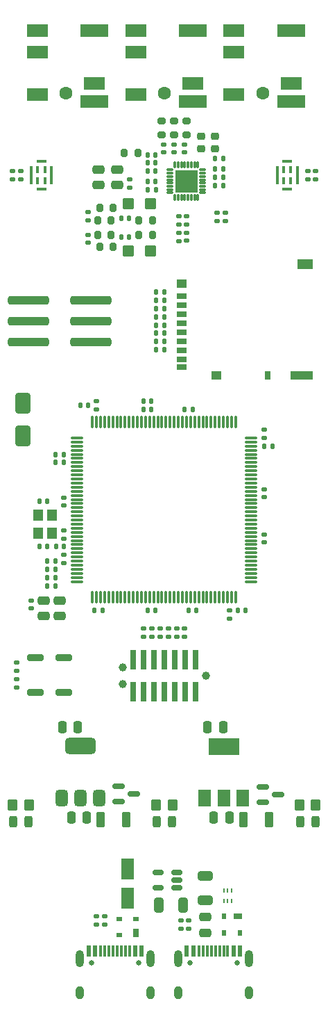
<source format=gbr>
%TF.GenerationSoftware,KiCad,Pcbnew,8.0.1*%
%TF.CreationDate,2024-03-28T17:00:14+01:00*%
%TF.ProjectId,KLST_CATERPILLAR,4b4c5354-5f43-4415-9445-5250494c4c41,rev?*%
%TF.SameCoordinates,Original*%
%TF.FileFunction,Soldermask,Top*%
%TF.FilePolarity,Negative*%
%FSLAX46Y46*%
G04 Gerber Fmt 4.6, Leading zero omitted, Abs format (unit mm)*
G04 Created by KiCad (PCBNEW 8.0.1) date 2024-03-28 17:00:14*
%MOMM*%
%LPD*%
G01*
G04 APERTURE LIST*
G04 Aperture macros list*
%AMRoundRect*
0 Rectangle with rounded corners*
0 $1 Rounding radius*
0 $2 $3 $4 $5 $6 $7 $8 $9 X,Y pos of 4 corners*
0 Add a 4 corners polygon primitive as box body*
4,1,4,$2,$3,$4,$5,$6,$7,$8,$9,$2,$3,0*
0 Add four circle primitives for the rounded corners*
1,1,$1+$1,$2,$3*
1,1,$1+$1,$4,$5*
1,1,$1+$1,$6,$7*
1,1,$1+$1,$8,$9*
0 Add four rect primitives between the rounded corners*
20,1,$1+$1,$2,$3,$4,$5,0*
20,1,$1+$1,$4,$5,$6,$7,0*
20,1,$1+$1,$6,$7,$8,$9,0*
20,1,$1+$1,$8,$9,$2,$3,0*%
G04 Aperture macros list end*
%ADD10RoundRect,0.140000X0.170000X-0.140000X0.170000X0.140000X-0.170000X0.140000X-0.170000X-0.140000X0*%
%ADD11RoundRect,0.140000X-0.140000X-0.170000X0.140000X-0.170000X0.140000X0.170000X-0.140000X0.170000X0*%
%ADD12RoundRect,0.250000X0.475000X-0.250000X0.475000X0.250000X-0.475000X0.250000X-0.475000X-0.250000X0*%
%ADD13RoundRect,0.140000X-0.170000X0.140000X-0.170000X-0.140000X0.170000X-0.140000X0.170000X0.140000X0*%
%ADD14RoundRect,0.140000X0.140000X0.170000X-0.140000X0.170000X-0.140000X-0.170000X0.140000X-0.170000X0*%
%ADD15RoundRect,0.250000X0.250000X0.475000X-0.250000X0.475000X-0.250000X-0.475000X0.250000X-0.475000X0*%
%ADD16RoundRect,0.250000X-0.450000X-0.425000X0.450000X-0.425000X0.450000X0.425000X-0.450000X0.425000X0*%
%ADD17RoundRect,0.135000X0.185000X-0.135000X0.185000X0.135000X-0.185000X0.135000X-0.185000X-0.135000X0*%
%ADD18RoundRect,0.250000X-0.275000X-0.700000X0.275000X-0.700000X0.275000X0.700000X-0.275000X0.700000X0*%
%ADD19RoundRect,0.200000X0.275000X-0.200000X0.275000X0.200000X-0.275000X0.200000X-0.275000X-0.200000X0*%
%ADD20R,0.250000X0.600000*%
%ADD21RoundRect,0.225000X0.250000X-0.225000X0.250000X0.225000X-0.250000X0.225000X-0.250000X-0.225000X0*%
%ADD22RoundRect,0.150000X-0.587500X-0.150000X0.587500X-0.150000X0.587500X0.150000X-0.587500X0.150000X0*%
%ADD23RoundRect,0.250000X0.350000X0.450000X-0.350000X0.450000X-0.350000X-0.450000X0.350000X-0.450000X0*%
%ADD24RoundRect,0.200000X0.800000X-0.200000X0.800000X0.200000X-0.800000X0.200000X-0.800000X-0.200000X0*%
%ADD25RoundRect,0.243750X-0.243750X-0.456250X0.243750X-0.456250X0.243750X0.456250X-0.243750X0.456250X0*%
%ADD26RoundRect,0.135000X-0.185000X0.135000X-0.185000X-0.135000X0.185000X-0.135000X0.185000X0.135000X0*%
%ADD27RoundRect,0.255000X2.245000X0.255000X-2.245000X0.255000X-2.245000X-0.255000X2.245000X-0.255000X0*%
%ADD28RoundRect,0.250000X-0.325000X-0.650000X0.325000X-0.650000X0.325000X0.650000X-0.325000X0.650000X0*%
%ADD29RoundRect,0.006600X0.358400X0.103400X-0.358400X0.103400X-0.358400X-0.103400X0.358400X-0.103400X0*%
%ADD30RoundRect,0.006600X-0.103400X0.358400X-0.103400X-0.358400X0.103400X-0.358400X0.103400X0.358400X0*%
%ADD31R,2.700000X2.700000*%
%ADD32R,0.406400X0.939800*%
%ADD33R,0.355600X2.311400*%
%ADD34R,1.295400X0.355600*%
%ADD35RoundRect,0.200000X0.200000X0.275000X-0.200000X0.275000X-0.200000X-0.275000X0.200000X-0.275000X0*%
%ADD36C,1.600000*%
%ADD37R,2.500000X1.500000*%
%ADD38R,3.400000X1.500000*%
%ADD39RoundRect,0.135000X-0.135000X-0.185000X0.135000X-0.185000X0.135000X0.185000X-0.135000X0.185000X0*%
%ADD40RoundRect,0.075000X-0.662500X-0.075000X0.662500X-0.075000X0.662500X0.075000X-0.662500X0.075000X0*%
%ADD41RoundRect,0.075000X-0.075000X-0.662500X0.075000X-0.662500X0.075000X0.662500X-0.075000X0.662500X0*%
%ADD42RoundRect,0.200000X-0.200000X-0.275000X0.200000X-0.275000X0.200000X0.275000X-0.200000X0.275000X0*%
%ADD43R,1.200000X0.700000*%
%ADD44R,0.800000X1.000000*%
%ADD45R,1.200000X1.000000*%
%ADD46R,2.800000X1.000000*%
%ADD47R,1.900000X1.300000*%
%ADD48C,0.650000*%
%ADD49R,0.600000X1.450000*%
%ADD50R,0.300000X1.450000*%
%ADD51O,1.000000X2.100000*%
%ADD52O,1.000000X1.600000*%
%ADD53RoundRect,0.250000X-0.475000X0.250000X-0.475000X-0.250000X0.475000X-0.250000X0.475000X0.250000X0*%
%ADD54RoundRect,0.147500X0.172500X-0.147500X0.172500X0.147500X-0.172500X0.147500X-0.172500X-0.147500X0*%
%ADD55RoundRect,0.135000X0.135000X0.185000X-0.135000X0.185000X-0.135000X-0.185000X0.135000X-0.185000X0*%
%ADD56RoundRect,0.147500X-0.172500X0.147500X-0.172500X-0.147500X0.172500X-0.147500X0.172500X0.147500X0*%
%ADD57RoundRect,0.250000X-0.650000X1.000000X-0.650000X-1.000000X0.650000X-1.000000X0.650000X1.000000X0*%
%ADD58RoundRect,0.250000X-0.550000X1.050000X-0.550000X-1.050000X0.550000X-1.050000X0.550000X1.050000X0*%
%ADD59R,0.700000X1.000000*%
%ADD60R,0.700000X0.600000*%
%ADD61R,1.000000X0.700000*%
%ADD62R,0.600000X0.700000*%
%ADD63R,0.740000X2.400000*%
%ADD64R,1.500000X2.000000*%
%ADD65R,3.800000X2.000000*%
%ADD66R,1.200000X1.400000*%
%ADD67RoundRect,0.150000X0.512500X0.150000X-0.512500X0.150000X-0.512500X-0.150000X0.512500X-0.150000X0*%
%ADD68RoundRect,0.375000X0.375000X-0.625000X0.375000X0.625000X-0.375000X0.625000X-0.375000X-0.625000X0*%
%ADD69RoundRect,0.500000X1.400000X-0.500000X1.400000X0.500000X-1.400000X0.500000X-1.400000X-0.500000X0*%
%ADD70RoundRect,0.250000X0.650000X-0.325000X0.650000X0.325000X-0.650000X0.325000X-0.650000X-0.325000X0*%
%ADD71C,0.990000*%
G04 APERTURE END LIST*
D10*
%TO.C,C80*%
X72457345Y-69740000D03*
X72457345Y-68780000D03*
%TD*%
D11*
%TO.C,C86*%
X76227345Y-71760000D03*
X77187345Y-71760000D03*
%TD*%
D12*
%TO.C,C71*%
X62000000Y-73700000D03*
X62000000Y-71800000D03*
%TD*%
D13*
%TO.C,C28*%
X82212587Y-110750000D03*
X82212587Y-111710000D03*
%TD*%
D14*
%TO.C,C13*%
X55692587Y-117750000D03*
X54732587Y-117750000D03*
%TD*%
D15*
%TO.C,C1*%
X77950000Y-150750000D03*
X76050000Y-150750000D03*
%TD*%
D16*
%TO.C,C66*%
X65607345Y-76010000D03*
X68307345Y-76010000D03*
%TD*%
D17*
%TO.C,R4*%
X77464690Y-78070000D03*
X77464690Y-77050000D03*
%TD*%
D14*
%TO.C,C17*%
X57712587Y-106500000D03*
X56752587Y-106500000D03*
%TD*%
D11*
%TO.C,C26*%
X67482587Y-100000000D03*
X68442587Y-100000000D03*
%TD*%
D18*
%TO.C,FB4*%
X62225000Y-150955551D03*
X65375000Y-150955551D03*
%TD*%
D19*
%TO.C,R83*%
X72707345Y-67585000D03*
X72707345Y-65935000D03*
%TD*%
D11*
%TO.C,C18*%
X78982587Y-125500000D03*
X79942587Y-125500000D03*
%TD*%
D14*
%TO.C,C12*%
X56692587Y-120500000D03*
X55732587Y-120500000D03*
%TD*%
%TO.C,C25*%
X57729999Y-117750000D03*
X56769999Y-117750000D03*
%TD*%
D13*
%TO.C,C81*%
X52500000Y-72020001D03*
X52500000Y-72980001D03*
%TD*%
D20*
%TO.C,U7*%
X77250000Y-160900000D03*
X77750000Y-160900000D03*
X78250000Y-160900000D03*
X78250000Y-159600000D03*
X77750000Y-159600000D03*
X77250000Y-159600000D03*
%TD*%
D21*
%TO.C,C67*%
X74457345Y-69285000D03*
X74457345Y-67735000D03*
%TD*%
D14*
%TO.C,C70*%
X77187345Y-70510000D03*
X76227345Y-70510000D03*
%TD*%
D22*
%TO.C,Q1*%
X82012500Y-146987500D03*
X82012500Y-148887500D03*
X83887500Y-147937500D03*
%TD*%
D17*
%TO.C,R11*%
X52000000Y-134910000D03*
X52000000Y-133890000D03*
%TD*%
D14*
%TO.C,C10*%
X56692587Y-119500000D03*
X55732587Y-119500000D03*
%TD*%
D21*
%TO.C,C68*%
X76207345Y-69285000D03*
X76207345Y-67735000D03*
%TD*%
D23*
%TO.C,R8*%
X71000000Y-149250000D03*
X69000000Y-149250000D03*
%TD*%
D24*
%TO.C,SW1*%
X54250000Y-135500000D03*
X54250000Y-131300000D03*
%TD*%
D25*
%TO.C,D1*%
X86563316Y-151230950D03*
X88438316Y-151230950D03*
%TD*%
%TO.C,D2*%
X51561823Y-151242050D03*
X53436823Y-151242050D03*
%TD*%
D26*
%TO.C,R43*%
X73000000Y-163300000D03*
X73000000Y-164320000D03*
%TD*%
D10*
%TO.C,C60*%
X60707345Y-77990000D03*
X60707345Y-77030000D03*
%TD*%
D27*
%TO.C,J5*%
X61003371Y-92790000D03*
X53403371Y-92790000D03*
X61003371Y-90250000D03*
X53403371Y-90250000D03*
X61003371Y-87710000D03*
X53403371Y-87710000D03*
%TD*%
D28*
%TO.C,C47*%
X69362500Y-161410000D03*
X72312500Y-161410000D03*
%TD*%
D29*
%TO.C,U13*%
X74697345Y-74660000D03*
X74697345Y-74260000D03*
X74697345Y-73860000D03*
X74697345Y-73460000D03*
X74697345Y-73060000D03*
X74697345Y-72660000D03*
X74697345Y-72260000D03*
X74697345Y-71860000D03*
D30*
X74107345Y-71270000D03*
X73707345Y-71270000D03*
X73307345Y-71270000D03*
X72907345Y-71270000D03*
X72507345Y-71270000D03*
X72107345Y-71270000D03*
X71707345Y-71270000D03*
X71307345Y-71270000D03*
D29*
X70717345Y-71860000D03*
X70717345Y-72260000D03*
X70717345Y-72660000D03*
X70717345Y-73060000D03*
X70717345Y-73460000D03*
X70717345Y-73860000D03*
X70717345Y-74260000D03*
X70717345Y-74660000D03*
D30*
X71307345Y-75250000D03*
X71707345Y-75250000D03*
X72107345Y-75250000D03*
X72507345Y-75250000D03*
X72907345Y-75250000D03*
X73307345Y-75250000D03*
X73707345Y-75250000D03*
X74107345Y-75250000D03*
D31*
X72707345Y-73260000D03*
%TD*%
D11*
%TO.C,C64*%
X64727345Y-80010000D03*
X65687345Y-80010000D03*
%TD*%
%TO.C,C27*%
X82232587Y-105500000D03*
X83192587Y-105500000D03*
%TD*%
D32*
%TO.C,U11*%
X54550001Y-71825001D03*
X54550001Y-73175001D03*
X55449999Y-73175001D03*
X55449999Y-71825001D03*
D33*
X53775000Y-72500001D03*
D34*
X55000000Y-70775001D03*
X55000000Y-74225001D03*
D33*
X56225000Y-72500001D03*
%TD*%
D14*
%TO.C,C14*%
X68942587Y-125500000D03*
X67982587Y-125500000D03*
%TD*%
D32*
%TO.C,U10*%
X84550001Y-71825000D03*
X84550001Y-73175000D03*
X85449999Y-73175000D03*
X85449999Y-71825000D03*
D33*
X83775000Y-72500000D03*
D34*
X85000000Y-70775000D03*
X85000000Y-74225000D03*
D33*
X86225000Y-72500000D03*
%TD*%
D13*
%TO.C,C50*%
X87500000Y-72019883D03*
X87500000Y-72979883D03*
%TD*%
D35*
%TO.C,R80*%
X66782345Y-69760000D03*
X65132345Y-69760000D03*
%TD*%
D17*
%TO.C,R3*%
X76464690Y-78070000D03*
X76464690Y-77050000D03*
%TD*%
%TO.C,R58*%
X72500000Y-128740676D03*
X72500000Y-127720676D03*
%TD*%
%TO.C,R55*%
X68500000Y-128740676D03*
X68500000Y-127720676D03*
%TD*%
D36*
%TO.C,J19*%
X58000000Y-62550000D03*
D37*
X54500000Y-57550000D03*
X54500000Y-62650000D03*
D38*
X61500000Y-54850000D03*
D37*
X54500000Y-54850000D03*
X61500000Y-61350000D03*
D38*
X61500000Y-63550000D03*
%TD*%
D14*
%TO.C,C87*%
X68937345Y-71010000D03*
X67977345Y-71010000D03*
%TD*%
D39*
%TO.C,R17*%
X68990000Y-87750000D03*
X70010000Y-87750000D03*
%TD*%
D40*
%TO.C,U2*%
X59300087Y-104500000D03*
X59300087Y-105000000D03*
X59300087Y-105500000D03*
X59300087Y-106000000D03*
X59300087Y-106500000D03*
X59300087Y-107000000D03*
X59300087Y-107500000D03*
X59300087Y-108000000D03*
X59300087Y-108500000D03*
X59300087Y-109000000D03*
X59300087Y-109500000D03*
X59300087Y-110000000D03*
X59300087Y-110500000D03*
X59300087Y-111000000D03*
X59300087Y-111500000D03*
X59300087Y-112000000D03*
X59300087Y-112500000D03*
X59300087Y-113000000D03*
X59300087Y-113500000D03*
X59300087Y-114000000D03*
X59300087Y-114500000D03*
X59300087Y-115000000D03*
X59300087Y-115500000D03*
X59300087Y-116000000D03*
X59300087Y-116500000D03*
X59300087Y-117000000D03*
X59300087Y-117500000D03*
X59300087Y-118000000D03*
X59300087Y-118500000D03*
X59300087Y-119000000D03*
X59300087Y-119500000D03*
X59300087Y-120000000D03*
X59300087Y-120500000D03*
X59300087Y-121000000D03*
X59300087Y-121500000D03*
X59300087Y-122000000D03*
D41*
X61212587Y-123912500D03*
X61712587Y-123912500D03*
X62212587Y-123912500D03*
X62712587Y-123912500D03*
X63212587Y-123912500D03*
X63712587Y-123912500D03*
X64212587Y-123912500D03*
X64712587Y-123912500D03*
X65212587Y-123912500D03*
X65712587Y-123912500D03*
X66212587Y-123912500D03*
X66712587Y-123912500D03*
X67212587Y-123912500D03*
X67712587Y-123912500D03*
X68212587Y-123912500D03*
X68712587Y-123912500D03*
X69212587Y-123912500D03*
X69712587Y-123912500D03*
X70212587Y-123912500D03*
X70712587Y-123912500D03*
X71212587Y-123912500D03*
X71712587Y-123912500D03*
X72212587Y-123912500D03*
X72712587Y-123912500D03*
X73212587Y-123912500D03*
X73712587Y-123912500D03*
X74212587Y-123912500D03*
X74712587Y-123912500D03*
X75212587Y-123912500D03*
X75712587Y-123912500D03*
X76212587Y-123912500D03*
X76712587Y-123912500D03*
X77212587Y-123912500D03*
X77712587Y-123912500D03*
X78212587Y-123912500D03*
X78712587Y-123912500D03*
D40*
X80625087Y-122000000D03*
X80625087Y-121500000D03*
X80625087Y-121000000D03*
X80625087Y-120500000D03*
X80625087Y-120000000D03*
X80625087Y-119500000D03*
X80625087Y-119000000D03*
X80625087Y-118500000D03*
X80625087Y-118000000D03*
X80625087Y-117500000D03*
X80625087Y-117000000D03*
X80625087Y-116500000D03*
X80625087Y-116000000D03*
X80625087Y-115500000D03*
X80625087Y-115000000D03*
X80625087Y-114500000D03*
X80625087Y-114000000D03*
X80625087Y-113500000D03*
X80625087Y-113000000D03*
X80625087Y-112500000D03*
X80625087Y-112000000D03*
X80625087Y-111500000D03*
X80625087Y-111000000D03*
X80625087Y-110500000D03*
X80625087Y-110000000D03*
X80625087Y-109500000D03*
X80625087Y-109000000D03*
X80625087Y-108500000D03*
X80625087Y-108000000D03*
X80625087Y-107500000D03*
X80625087Y-107000000D03*
X80625087Y-106500000D03*
X80625087Y-106000000D03*
X80625087Y-105500000D03*
X80625087Y-105000000D03*
X80625087Y-104500000D03*
D41*
X78712587Y-102587500D03*
X78212587Y-102587500D03*
X77712587Y-102587500D03*
X77212587Y-102587500D03*
X76712587Y-102587500D03*
X76212587Y-102587500D03*
X75712587Y-102587500D03*
X75212587Y-102587500D03*
X74712587Y-102587500D03*
X74212587Y-102587500D03*
X73712587Y-102587500D03*
X73212587Y-102587500D03*
X72712587Y-102587500D03*
X72212587Y-102587500D03*
X71712587Y-102587500D03*
X71212587Y-102587500D03*
X70712587Y-102587500D03*
X70212587Y-102587500D03*
X69712587Y-102587500D03*
X69212587Y-102587500D03*
X68712587Y-102587500D03*
X68212587Y-102587500D03*
X67712587Y-102587500D03*
X67212587Y-102587500D03*
X66712587Y-102587500D03*
X66212587Y-102587500D03*
X65712587Y-102587500D03*
X65212587Y-102587500D03*
X64712587Y-102587500D03*
X64212587Y-102587500D03*
X63712587Y-102587500D03*
X63212587Y-102587500D03*
X62712587Y-102587500D03*
X62212587Y-102587500D03*
X61712587Y-102587500D03*
X61212587Y-102587500D03*
%TD*%
D14*
%TO.C,C77*%
X68937345Y-70010000D03*
X67977345Y-70010000D03*
%TD*%
D24*
%TO.C,SW2*%
X57750000Y-135500000D03*
X57750000Y-131300000D03*
%TD*%
D11*
%TO.C,C30*%
X69020000Y-86750000D03*
X69980000Y-86750000D03*
%TD*%
D42*
%TO.C,R73*%
X62132345Y-76510000D03*
X63782345Y-76510000D03*
%TD*%
D14*
%TO.C,C72*%
X68937345Y-73260000D03*
X67977345Y-73260000D03*
%TD*%
D17*
%TO.C,R59*%
X71500000Y-128730676D03*
X71500000Y-127710676D03*
%TD*%
D43*
%TO.C,J1*%
X72095000Y-87253874D03*
X72095000Y-88353874D03*
X72095000Y-89453874D03*
X72095000Y-90553874D03*
X72095000Y-91653874D03*
X72095000Y-92753874D03*
X72095000Y-93853874D03*
X72095000Y-94953874D03*
X72095000Y-95903874D03*
D44*
X82595000Y-96853874D03*
D45*
X76395000Y-96853874D03*
D46*
X86745000Y-96853874D03*
D45*
X72095000Y-85703874D03*
D47*
X87195000Y-83353874D03*
%TD*%
D35*
%TO.C,R77*%
X63532345Y-78010000D03*
X61882345Y-78010000D03*
%TD*%
D48*
%TO.C,J9*%
X73110000Y-168460000D03*
X78890000Y-168460000D03*
D49*
X72750000Y-167015000D03*
X73550000Y-167015000D03*
D50*
X74750000Y-167015000D03*
X75750000Y-167015000D03*
X76250000Y-167015000D03*
X77250000Y-167015000D03*
D49*
X78450000Y-167015000D03*
X79250000Y-167015000D03*
X79250000Y-167015000D03*
X78450000Y-167015000D03*
D50*
X77750000Y-167015000D03*
X76750000Y-167015000D03*
X75250000Y-167015000D03*
X74250000Y-167015000D03*
D49*
X73550000Y-167015000D03*
X72750000Y-167015000D03*
D51*
X71680000Y-167930000D03*
D52*
X71680000Y-172110000D03*
D51*
X80320000Y-167930000D03*
D52*
X80320000Y-172110000D03*
%TD*%
D15*
%TO.C,C89*%
X59450000Y-139705551D03*
X57550000Y-139705551D03*
%TD*%
D19*
%TO.C,R82*%
X71207345Y-67585000D03*
X71207345Y-65935000D03*
%TD*%
D35*
%TO.C,R74*%
X63532345Y-79760000D03*
X61882345Y-79760000D03*
%TD*%
D42*
%TO.C,R79*%
X66882345Y-78010000D03*
X68532345Y-78010000D03*
%TD*%
D26*
%TO.C,R10*%
X61712587Y-99990000D03*
X61712587Y-101010000D03*
%TD*%
D14*
%TO.C,C15*%
X73942587Y-125500000D03*
X72982587Y-125500000D03*
%TD*%
D53*
%TO.C,C3*%
X55250000Y-124315000D03*
X55250000Y-126215000D03*
%TD*%
D11*
%TO.C,C65*%
X64727345Y-77760000D03*
X65687345Y-77760000D03*
%TD*%
D17*
%TO.C,R57*%
X69500000Y-128740676D03*
X69500000Y-127720676D03*
%TD*%
D48*
%TO.C,J10*%
X61110000Y-168460000D03*
X66890000Y-168460000D03*
D49*
X60750000Y-167015000D03*
X61550000Y-167015000D03*
D50*
X62750000Y-167015000D03*
X63750000Y-167015000D03*
X64250000Y-167015000D03*
X65250000Y-167015000D03*
D49*
X66450000Y-167015000D03*
X67250000Y-167015000D03*
X67250000Y-167015000D03*
X66450000Y-167015000D03*
D50*
X65750000Y-167015000D03*
X64750000Y-167015000D03*
X63250000Y-167015000D03*
X62250000Y-167015000D03*
D49*
X61550000Y-167015000D03*
X60750000Y-167015000D03*
D51*
X59680000Y-167930000D03*
D52*
X59680000Y-172110000D03*
D51*
X68320000Y-167930000D03*
D52*
X68320000Y-172110000D03*
%TD*%
D15*
%TO.C,C88*%
X60550000Y-150705551D03*
X58650000Y-150705551D03*
%TD*%
D11*
%TO.C,C84*%
X76227345Y-72760000D03*
X77187345Y-72760000D03*
%TD*%
D17*
%TO.C,R75*%
X71750000Y-80510000D03*
X71750000Y-79490000D03*
%TD*%
D14*
%TO.C,C29*%
X69980000Y-90750000D03*
X69020000Y-90750000D03*
%TD*%
D54*
%TO.C,L1*%
X53750000Y-125250000D03*
X53750000Y-124280000D03*
%TD*%
D14*
%TO.C,C7*%
X56692587Y-122500000D03*
X55732587Y-122500000D03*
%TD*%
D55*
%TO.C,R12*%
X70010000Y-93750000D03*
X68990000Y-93750000D03*
%TD*%
D56*
%TO.C,L4*%
X65750000Y-73015000D03*
X65750000Y-73985000D03*
%TD*%
D13*
%TO.C,C19*%
X82212587Y-116270000D03*
X82212587Y-117230000D03*
%TD*%
D10*
%TO.C,C78*%
X69957345Y-69740000D03*
X69957345Y-68780000D03*
%TD*%
D39*
%TO.C,R14*%
X68990000Y-91750000D03*
X70010000Y-91750000D03*
%TD*%
D57*
%TO.C,D9*%
X52704121Y-100272500D03*
X52704121Y-104272500D03*
%TD*%
D58*
%TO.C,C49*%
X65500000Y-156960000D03*
X65500000Y-160560000D03*
%TD*%
D22*
%TO.C,Q4*%
X64450000Y-146905551D03*
X64450000Y-148805551D03*
X66325000Y-147855551D03*
%TD*%
D14*
%TO.C,C5*%
X56692587Y-121500000D03*
X55732587Y-121500000D03*
%TD*%
D13*
%TO.C,C82*%
X51500000Y-72020001D03*
X51500000Y-72980001D03*
%TD*%
D53*
%TO.C,C46*%
X75000000Y-162860000D03*
X75000000Y-164760000D03*
%TD*%
D17*
%TO.C,R9*%
X52000000Y-132910000D03*
X52000000Y-131890000D03*
%TD*%
D59*
%TO.C,D13*%
X66500000Y-164810000D03*
D60*
X66500000Y-163110000D03*
X64500000Y-163110000D03*
X64500000Y-165010000D03*
%TD*%
D42*
%TO.C,R78*%
X66882345Y-79760000D03*
X68532345Y-79760000D03*
%TD*%
D11*
%TO.C,C83*%
X76227345Y-73740000D03*
X77187345Y-73740000D03*
%TD*%
D14*
%TO.C,C85*%
X68957345Y-74260000D03*
X67997345Y-74260000D03*
%TD*%
D42*
%TO.C,R72*%
X62132345Y-81260000D03*
X63782345Y-81260000D03*
%TD*%
D61*
%TO.C,D12*%
X79000000Y-162750000D03*
D62*
X77300000Y-162750000D03*
X77300000Y-164750000D03*
X79200000Y-164750000D03*
%TD*%
D54*
%TO.C,FB2*%
X72750000Y-78485000D03*
X72750000Y-77515000D03*
%TD*%
D25*
%TO.C,D3*%
X69062500Y-151250000D03*
X70937500Y-151250000D03*
%TD*%
D63*
%TO.C,J14*%
X66190000Y-135430676D03*
X66190000Y-131530676D03*
X67460000Y-135430676D03*
X67460000Y-131530676D03*
X68730000Y-135430676D03*
X68730000Y-131530676D03*
X70000000Y-135430676D03*
X70000000Y-131530676D03*
X71270000Y-135430676D03*
X71270000Y-131530676D03*
X72540000Y-135430676D03*
X72540000Y-131530676D03*
X73810000Y-135430676D03*
X73810000Y-131530676D03*
%TD*%
D14*
%TO.C,C16*%
X57712587Y-107500000D03*
X56752587Y-107500000D03*
%TD*%
D36*
%TO.C,J17*%
X70000000Y-62550000D03*
D37*
X66500000Y-57550000D03*
X66500000Y-62650000D03*
D38*
X73500000Y-54850000D03*
D37*
X66500000Y-54850000D03*
X73500000Y-61350000D03*
D38*
X73500000Y-63550000D03*
%TD*%
D13*
%TO.C,C20*%
X82212587Y-103520000D03*
X82212587Y-104480000D03*
%TD*%
D36*
%TO.C,J18*%
X82000000Y-62550000D03*
D37*
X78500000Y-57550000D03*
X78500000Y-62650000D03*
D38*
X85500000Y-54850000D03*
D37*
X78500000Y-54850000D03*
X85500000Y-61350000D03*
D38*
X85500000Y-63550000D03*
%TD*%
D39*
%TO.C,R15*%
X68990000Y-89750000D03*
X70010000Y-89750000D03*
%TD*%
D10*
%TO.C,C58*%
X72750000Y-80480000D03*
X72750000Y-79520000D03*
%TD*%
D23*
%TO.C,R1*%
X88486593Y-149230950D03*
X86486593Y-149230950D03*
%TD*%
D12*
%TO.C,C69*%
X64250000Y-73700000D03*
X64250000Y-71800000D03*
%TD*%
D39*
%TO.C,R16*%
X68990000Y-88750000D03*
X70010000Y-88750000D03*
%TD*%
D10*
%TO.C,C6*%
X57712587Y-112730000D03*
X57712587Y-111770000D03*
%TD*%
D64*
%TO.C,U1*%
X74950000Y-148400000D03*
X77250000Y-148400000D03*
D65*
X77250000Y-142100000D03*
D64*
X79550000Y-148400000D03*
%TD*%
D13*
%TO.C,C51*%
X88500000Y-72020001D03*
X88500000Y-72980001D03*
%TD*%
D17*
%TO.C,R56*%
X67500000Y-128740676D03*
X67500000Y-127720676D03*
%TD*%
D23*
%TO.C,R2*%
X53499323Y-149242050D03*
X51499323Y-149242050D03*
%TD*%
D26*
%TO.C,R7*%
X57712587Y-115750000D03*
X57712587Y-116770000D03*
%TD*%
D14*
%TO.C,C74*%
X68937345Y-72010000D03*
X67977345Y-72010000D03*
%TD*%
D13*
%TO.C,C57*%
X60707345Y-79780000D03*
X60707345Y-80740000D03*
%TD*%
D11*
%TO.C,C21*%
X72482587Y-101000000D03*
X73442587Y-101000000D03*
%TD*%
D14*
%TO.C,C11*%
X62442587Y-125500000D03*
X61482587Y-125500000D03*
%TD*%
D66*
%TO.C,Y1*%
X54612587Y-113900000D03*
X54612587Y-116100000D03*
X56312587Y-116100000D03*
X56312587Y-113900000D03*
%TD*%
D14*
%TO.C,C23*%
X60692587Y-100500000D03*
X59732587Y-100500000D03*
%TD*%
D53*
%TO.C,C4*%
X57250000Y-124315000D03*
X57250000Y-126215000D03*
%TD*%
D17*
%TO.C,R45*%
X61750000Y-163760000D03*
X61750000Y-162740000D03*
%TD*%
D19*
%TO.C,R81*%
X69707345Y-67585000D03*
X69707345Y-65935000D03*
%TD*%
D67*
%TO.C,U8*%
X71500000Y-159310000D03*
X71500000Y-158360000D03*
X71500000Y-157410000D03*
X69225000Y-157410000D03*
X69225000Y-159310000D03*
%TD*%
D17*
%TO.C,R46*%
X62750000Y-163760000D03*
X62750000Y-162740000D03*
%TD*%
D10*
%TO.C,C79*%
X71207345Y-69740000D03*
X71207345Y-68780000D03*
%TD*%
D13*
%TO.C,C8*%
X57712587Y-118770000D03*
X57712587Y-119730000D03*
%TD*%
D68*
%TO.C,U14*%
X57450000Y-148355551D03*
X59750000Y-148355551D03*
D69*
X59750000Y-142055551D03*
D68*
X62050000Y-148355551D03*
%TD*%
D26*
%TO.C,R44*%
X72000000Y-163300000D03*
X72000000Y-164320000D03*
%TD*%
D14*
%TO.C,C9*%
X55692587Y-112250000D03*
X54732587Y-112250000D03*
%TD*%
D11*
%TO.C,C22*%
X67482587Y-101000000D03*
X68442587Y-101000000D03*
%TD*%
D10*
%TO.C,C61*%
X71750000Y-78480000D03*
X71750000Y-77520000D03*
%TD*%
D70*
%TO.C,C48*%
X75000000Y-160785000D03*
X75000000Y-157835000D03*
%TD*%
D39*
%TO.C,R13*%
X68990000Y-92750000D03*
X70010000Y-92750000D03*
%TD*%
D16*
%TO.C,C63*%
X65607345Y-81760000D03*
X68307345Y-81760000D03*
%TD*%
D13*
%TO.C,C24*%
X77962587Y-125520000D03*
X77962587Y-126480000D03*
%TD*%
D18*
%TO.C,FB1*%
X79675000Y-151000000D03*
X82825000Y-151000000D03*
%TD*%
D15*
%TO.C,C2*%
X77200000Y-139750000D03*
X75300000Y-139750000D03*
%TD*%
D17*
%TO.C,R54*%
X70500000Y-128740676D03*
X70500000Y-127720676D03*
%TD*%
D71*
%TO.C,J15*%
X75080000Y-133480676D03*
X64920000Y-134496676D03*
X64920000Y-132464676D03*
%TD*%
M02*

</source>
